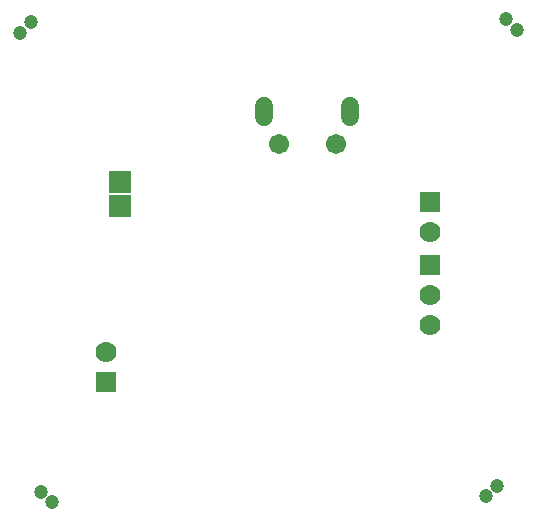
<source format=gbs>
G04 ---------------------------- Layer name :BOTTOM SOLDER LAYER*
G04 EasyEDA v5.6.15, Thu, 26 Jul 2018 23:30:40 GMT*
G04 3f3d84fbcde042cdb59b76facc9dedd5*
G04 Gerber Generator version 0.2*
G04 Scale: 100 percent, Rotated: No, Reflected: No *
G04 Dimensions in millimeters *
G04 leading zeros omitted , absolute positions ,3 integer and 3 decimal *
%FSLAX33Y33*%
%MOMM*%
G90*
G71D02*

%ADD61C,1.503197*%
%ADD62R,1.778000X1.778000*%
%ADD63C,1.778000*%
%ADD64C,1.203198*%
%ADD65R,1.879600X1.879600*%
%ADD66C,1.703197*%

%LPD*%
G54D61*
G01X35623Y49308D02*
G01X35623Y50208D01*
G01X42862Y49308D02*
G01X42862Y50208D01*
G54D62*
G01X49657Y42148D03*
G54D63*
G01X49657Y39608D03*
G01X49657Y31734D03*
G01X49657Y34274D03*
G54D62*
G01X49657Y36814D03*
G01X22225Y26908D03*
G54D63*
G01X22225Y29448D03*
G54D64*
G01X54411Y17185D03*
G01X55316Y18089D03*
G01X16692Y17581D03*
G01X17597Y16677D03*
G01X56967Y56682D03*
G01X56062Y57586D03*
G01X15819Y57332D03*
G01X14914Y56428D03*
G54D65*
G01X23368Y41793D03*
G01X23368Y43774D03*
G54D66*
G01X41653Y47058D03*
G01X36812Y47058D03*
M00*
M02*

</source>
